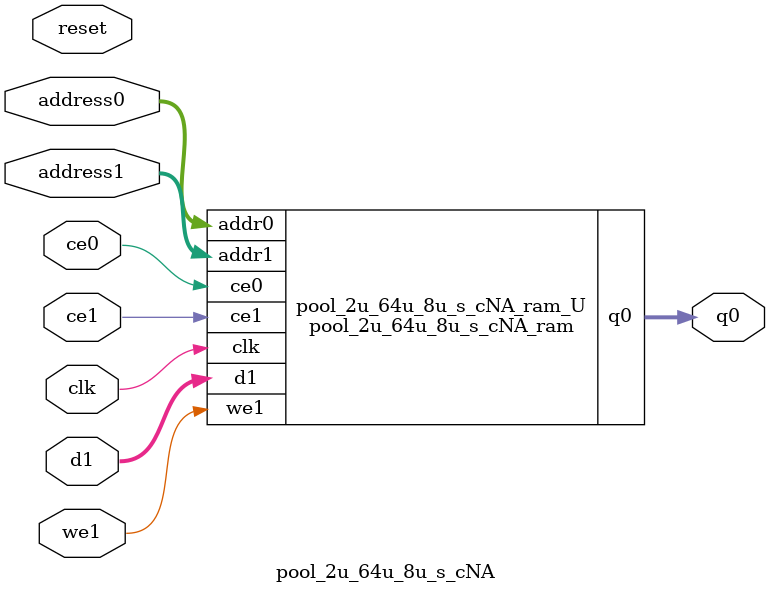
<source format=v>
`timescale 1 ns / 1 ps
module pool_2u_64u_8u_s_cNA_ram (addr0, ce0, q0, addr1, ce1, d1, we1,  clk);

parameter DWIDTH = 32;
parameter AWIDTH = 6;
parameter MEM_SIZE = 64;

input[AWIDTH-1:0] addr0;
input ce0;
output reg[DWIDTH-1:0] q0;
input[AWIDTH-1:0] addr1;
input ce1;
input[DWIDTH-1:0] d1;
input we1;
input clk;

(* ram_style = "distributed" *)reg [DWIDTH-1:0] ram[0:MEM_SIZE-1];




always @(posedge clk)  
begin 
    if (ce0) 
    begin
        q0 <= ram[addr0];
    end
end


always @(posedge clk)  
begin 
    if (ce1) 
    begin
        if (we1) 
        begin 
            ram[addr1] <= d1; 
        end 
    end
end


endmodule

`timescale 1 ns / 1 ps
module pool_2u_64u_8u_s_cNA(
    reset,
    clk,
    address0,
    ce0,
    q0,
    address1,
    ce1,
    we1,
    d1);

parameter DataWidth = 32'd32;
parameter AddressRange = 32'd64;
parameter AddressWidth = 32'd6;
input reset;
input clk;
input[AddressWidth - 1:0] address0;
input ce0;
output[DataWidth - 1:0] q0;
input[AddressWidth - 1:0] address1;
input ce1;
input we1;
input[DataWidth - 1:0] d1;



pool_2u_64u_8u_s_cNA_ram pool_2u_64u_8u_s_cNA_ram_U(
    .clk( clk ),
    .addr0( address0 ),
    .ce0( ce0 ),
    .q0( q0 ),
    .addr1( address1 ),
    .ce1( ce1 ),
    .we1( we1 ),
    .d1( d1 ));

endmodule


</source>
